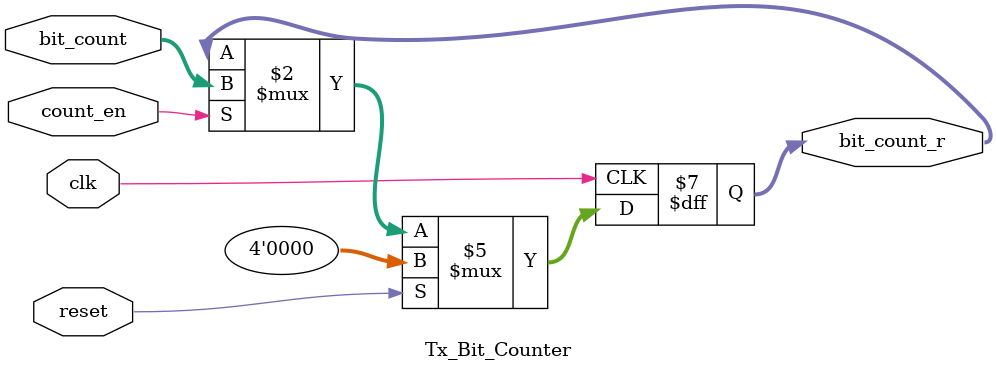
<source format=sv>
module Tx_Bit_Counter(
    input logic  [3:0]  bit_count,
    input logic         count_en,
    input logic         clk,
    input logic         reset,
    output logic [3:0]  bit_count_r
);

always_ff @(posedge clk) begin
    if (reset) begin 
      bit_count_r <= 4'h0; end
    else if (count_en) begin
      bit_count_r <= bit_count; end
end
endmodule
</source>
